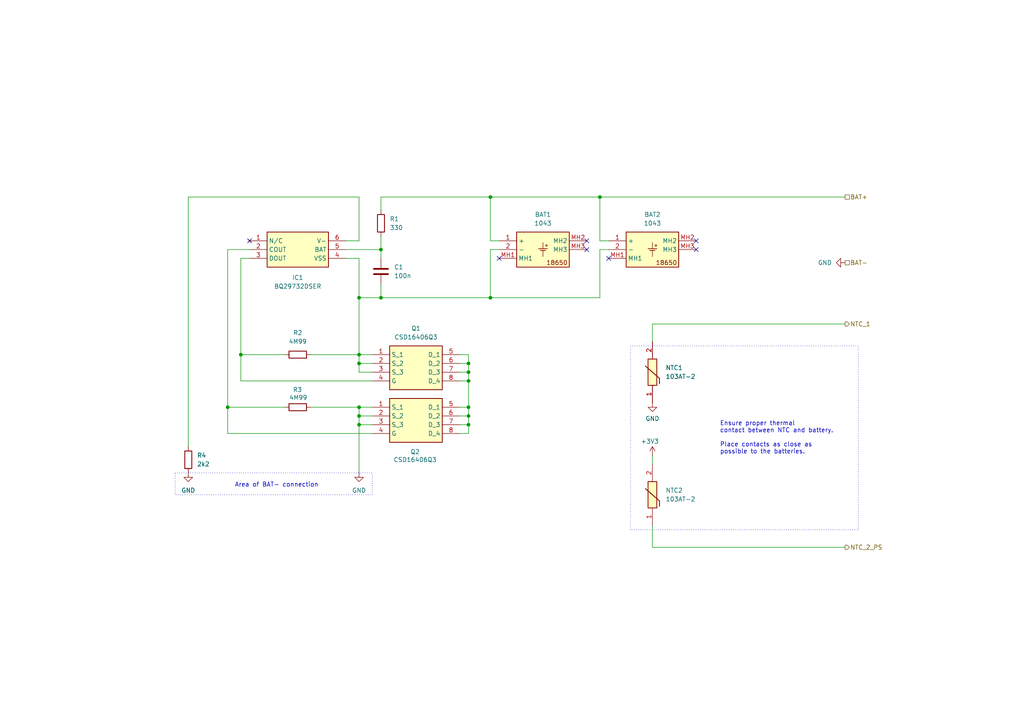
<source format=kicad_sch>
(kicad_sch
	(version 20231120)
	(generator "eeschema")
	(generator_version "8.0")
	(uuid "459e996c-0e2b-47b6-81ec-770295d0b355")
	(paper "A4")
	(lib_symbols
		(symbol "Device:C"
			(pin_numbers hide)
			(pin_names
				(offset 0.254)
			)
			(exclude_from_sim no)
			(in_bom yes)
			(on_board yes)
			(property "Reference" "C"
				(at 0.635 2.54 0)
				(effects
					(font
						(size 1.27 1.27)
					)
					(justify left)
				)
			)
			(property "Value" "C"
				(at 0.635 -2.54 0)
				(effects
					(font
						(size 1.27 1.27)
					)
					(justify left)
				)
			)
			(property "Footprint" ""
				(at 0.9652 -3.81 0)
				(effects
					(font
						(size 1.27 1.27)
					)
					(hide yes)
				)
			)
			(property "Datasheet" "~"
				(at 0 0 0)
				(effects
					(font
						(size 1.27 1.27)
					)
					(hide yes)
				)
			)
			(property "Description" "Unpolarized capacitor"
				(at 0 0 0)
				(effects
					(font
						(size 1.27 1.27)
					)
					(hide yes)
				)
			)
			(property "ki_keywords" "cap capacitor"
				(at 0 0 0)
				(effects
					(font
						(size 1.27 1.27)
					)
					(hide yes)
				)
			)
			(property "ki_fp_filters" "C_*"
				(at 0 0 0)
				(effects
					(font
						(size 1.27 1.27)
					)
					(hide yes)
				)
			)
			(symbol "C_0_1"
				(polyline
					(pts
						(xy -2.032 -0.762) (xy 2.032 -0.762)
					)
					(stroke
						(width 0.508)
						(type default)
					)
					(fill
						(type none)
					)
				)
				(polyline
					(pts
						(xy -2.032 0.762) (xy 2.032 0.762)
					)
					(stroke
						(width 0.508)
						(type default)
					)
					(fill
						(type none)
					)
				)
			)
			(symbol "C_1_1"
				(pin passive line
					(at 0 3.81 270)
					(length 2.794)
					(name "~"
						(effects
							(font
								(size 1.27 1.27)
							)
						)
					)
					(number "1"
						(effects
							(font
								(size 1.27 1.27)
							)
						)
					)
				)
				(pin passive line
					(at 0 -3.81 90)
					(length 2.794)
					(name "~"
						(effects
							(font
								(size 1.27 1.27)
							)
						)
					)
					(number "2"
						(effects
							(font
								(size 1.27 1.27)
							)
						)
					)
				)
			)
		)
		(symbol "Device:R"
			(pin_numbers hide)
			(pin_names
				(offset 0)
			)
			(exclude_from_sim no)
			(in_bom yes)
			(on_board yes)
			(property "Reference" "R"
				(at 2.032 0 90)
				(effects
					(font
						(size 1.27 1.27)
					)
				)
			)
			(property "Value" "R"
				(at 0 0 90)
				(effects
					(font
						(size 1.27 1.27)
					)
				)
			)
			(property "Footprint" ""
				(at -1.778 0 90)
				(effects
					(font
						(size 1.27 1.27)
					)
					(hide yes)
				)
			)
			(property "Datasheet" "~"
				(at 0 0 0)
				(effects
					(font
						(size 1.27 1.27)
					)
					(hide yes)
				)
			)
			(property "Description" "Resistor"
				(at 0 0 0)
				(effects
					(font
						(size 1.27 1.27)
					)
					(hide yes)
				)
			)
			(property "ki_keywords" "R res resistor"
				(at 0 0 0)
				(effects
					(font
						(size 1.27 1.27)
					)
					(hide yes)
				)
			)
			(property "ki_fp_filters" "R_*"
				(at 0 0 0)
				(effects
					(font
						(size 1.27 1.27)
					)
					(hide yes)
				)
			)
			(symbol "R_0_1"
				(rectangle
					(start -1.016 -2.54)
					(end 1.016 2.54)
					(stroke
						(width 0.254)
						(type default)
					)
					(fill
						(type none)
					)
				)
			)
			(symbol "R_1_1"
				(pin passive line
					(at 0 3.81 270)
					(length 1.27)
					(name "~"
						(effects
							(font
								(size 1.27 1.27)
							)
						)
					)
					(number "1"
						(effects
							(font
								(size 1.27 1.27)
							)
						)
					)
				)
				(pin passive line
					(at 0 -3.81 90)
					(length 1.27)
					(name "~"
						(effects
							(font
								(size 1.27 1.27)
							)
						)
					)
					(number "2"
						(effects
							(font
								(size 1.27 1.27)
							)
						)
					)
				)
			)
		)
		(symbol "SamacSys_Parts:103AT-2"
			(pin_names hide)
			(exclude_from_sim no)
			(in_bom yes)
			(on_board yes)
			(property "Reference" "RT"
				(at 13.97 6.35 0)
				(effects
					(font
						(size 1.27 1.27)
					)
					(justify left top)
				)
			)
			(property "Value" "103AT-2"
				(at 13.97 3.81 0)
				(effects
					(font
						(size 1.27 1.27)
					)
					(justify left top)
				)
			)
			(property "Footprint" "103AT2"
				(at 13.97 -96.19 0)
				(effects
					(font
						(size 1.27 1.27)
					)
					(justify left top)
					(hide yes)
				)
			)
			(property "Datasheet" "https://www.semitec-global.com/uploads/2022/01/P12-13-AT-Thermistor.pdf"
				(at 13.97 -196.19 0)
				(effects
					(font
						(size 1.27 1.27)
					)
					(justify left top)
					(hide yes)
				)
			)
			(property "Description" "NTC (Negative Temperature Coefficient) Thermistors 10kohm 1%"
				(at 0 0 0)
				(effects
					(font
						(size 1.27 1.27)
					)
					(hide yes)
				)
			)
			(property "Height" "9.5"
				(at 13.97 -396.19 0)
				(effects
					(font
						(size 1.27 1.27)
					)
					(justify left top)
					(hide yes)
				)
			)
			(property "Manufacturer_Name" "Semitec"
				(at 13.97 -496.19 0)
				(effects
					(font
						(size 1.27 1.27)
					)
					(justify left top)
					(hide yes)
				)
			)
			(property "Manufacturer_Part_Number" "103AT-2"
				(at 13.97 -596.19 0)
				(effects
					(font
						(size 1.27 1.27)
					)
					(justify left top)
					(hide yes)
				)
			)
			(property "Mouser Part Number" "954-103AT-2"
				(at 13.97 -696.19 0)
				(effects
					(font
						(size 1.27 1.27)
					)
					(justify left top)
					(hide yes)
				)
			)
			(property "Mouser Price/Stock" "https://www.mouser.co.uk/ProductDetail/Semitec/103AT-2?qs=wgO0AD0o1vvcDzsKguD%252Bew%3D%3D"
				(at 13.97 -796.19 0)
				(effects
					(font
						(size 1.27 1.27)
					)
					(justify left top)
					(hide yes)
				)
			)
			(property "Arrow Part Number" ""
				(at 13.97 -896.19 0)
				(effects
					(font
						(size 1.27 1.27)
					)
					(justify left top)
					(hide yes)
				)
			)
			(property "Arrow Price/Stock" ""
				(at 13.97 -996.19 0)
				(effects
					(font
						(size 1.27 1.27)
					)
					(justify left top)
					(hide yes)
				)
			)
			(symbol "103AT-2_1_1"
				(polyline
					(pts
						(xy 5.588 -2.032) (xy 7.112 -2.032)
					)
					(stroke
						(width 0.254)
						(type default)
					)
					(fill
						(type none)
					)
				)
				(polyline
					(pts
						(xy 10.668 2.032) (xy 7.112 -2.032)
					)
					(stroke
						(width 0.254)
						(type default)
					)
					(fill
						(type none)
					)
				)
				(rectangle
					(start 5.08 1.27)
					(end 12.7 -1.27)
					(stroke
						(width 0.254)
						(type default)
					)
					(fill
						(type background)
					)
				)
				(pin passive line
					(at 0 0 0)
					(length 5.08)
					(name "1"
						(effects
							(font
								(size 1.27 1.27)
							)
						)
					)
					(number "1"
						(effects
							(font
								(size 1.27 1.27)
							)
						)
					)
				)
				(pin passive line
					(at 17.78 0 180)
					(length 5.08)
					(name "2"
						(effects
							(font
								(size 1.27 1.27)
							)
						)
					)
					(number "2"
						(effects
							(font
								(size 1.27 1.27)
							)
						)
					)
				)
			)
		)
		(symbol "SamacSys_Parts:1043"
			(exclude_from_sim no)
			(in_bom yes)
			(on_board yes)
			(property "Reference" "U"
				(at 21.59 7.62 0)
				(effects
					(font
						(size 1.27 1.27)
					)
					(justify left top)
				)
			)
			(property "Value" "1043"
				(at 21.59 5.08 0)
				(effects
					(font
						(size 1.27 1.27)
					)
					(justify left top)
				)
			)
			(property "Footprint" "1043"
				(at 21.59 -94.92 0)
				(effects
					(font
						(size 1.27 1.27)
					)
					(justify left top)
					(hide yes)
				)
			)
			(property "Datasheet" "http://www.keyelco.com/product-pdf.cfm?p=919"
				(at 21.59 -194.92 0)
				(effects
					(font
						(size 1.27 1.27)
					)
					(justify left top)
					(hide yes)
				)
			)
			(property "Description" "KEYSTONE - 1043 - BATTERY HOLDER, 18650, TH"
				(at 12.7 -11.684 0)
				(effects
					(font
						(size 1.27 1.27)
					)
					(hide yes)
				)
			)
			(property "Height" "14.86"
				(at 21.59 -394.92 0)
				(effects
					(font
						(size 1.27 1.27)
					)
					(justify left top)
					(hide yes)
				)
			)
			(property "Manufacturer_Name" "Keystone Electronics"
				(at 21.59 -494.92 0)
				(effects
					(font
						(size 1.27 1.27)
					)
					(justify left top)
					(hide yes)
				)
			)
			(property "Manufacturer_Part_Number" "1043"
				(at 21.59 -594.92 0)
				(effects
					(font
						(size 1.27 1.27)
					)
					(justify left top)
					(hide yes)
				)
			)
			(property "Mouser Part Number" "534-1043"
				(at 21.59 -694.92 0)
				(effects
					(font
						(size 1.27 1.27)
					)
					(justify left top)
					(hide yes)
				)
			)
			(property "Mouser Price/Stock" "https://www.mouser.co.uk/ProductDetail/Keystone-Electronics/1043?qs=%2F7TOpeL5Mz6j%2FnxeOA1rsg%3D%3D"
				(at 21.59 -794.92 0)
				(effects
					(font
						(size 1.27 1.27)
					)
					(justify left top)
					(hide yes)
				)
			)
			(property "Arrow Part Number" "1043"
				(at 21.59 -894.92 0)
				(effects
					(font
						(size 1.27 1.27)
					)
					(justify left top)
					(hide yes)
				)
			)
			(property "Arrow Price/Stock" "https://www.arrow.com/en/products/1043/keystone-electronics?utm_currency=USD&region=europe"
				(at 21.59 -994.92 0)
				(effects
					(font
						(size 1.27 1.27)
					)
					(justify left top)
					(hide yes)
				)
			)
			(symbol "1043_0_1"
				(polyline
					(pts
						(xy 12.7 -2.794) (xy 12.7 -4.572)
					)
					(stroke
						(width 0)
						(type default)
					)
					(fill
						(type none)
					)
				)
				(polyline
					(pts
						(xy 12.7 -0.508) (xy 12.7 -2.286)
					)
					(stroke
						(width 0)
						(type default)
					)
					(fill
						(type none)
					)
				)
			)
			(symbol "1043_1_1"
				(polyline
					(pts
						(xy 11.43 -2.286) (xy 13.97 -2.286)
					)
					(stroke
						(width 0.2)
						(type default)
					)
					(fill
						(type none)
					)
				)
				(polyline
					(pts
						(xy 11.938 -2.794) (xy 13.462 -2.794)
					)
					(stroke
						(width 0.2)
						(type default)
					)
					(fill
						(type none)
					)
				)
				(rectangle
					(start 5.08 2.54)
					(end 20.32 -7.62)
					(stroke
						(width 0.254)
						(type default)
					)
					(fill
						(type background)
					)
				)
				(text "+"
					(at 13.716 -1.27 0)
					(effects
						(font
							(size 1 1)
						)
					)
				)
				(text "18650"
					(at 16.764 -6.35 0)
					(effects
						(font
							(size 1.27 1.27)
						)
					)
				)
				(pin passive line
					(at 0 0 0)
					(length 5.08)
					(name "+"
						(effects
							(font
								(size 1.27 1.27)
							)
						)
					)
					(number "1"
						(effects
							(font
								(size 1.27 1.27)
							)
						)
					)
				)
				(pin passive line
					(at 0 -2.54 0)
					(length 5.08)
					(name "-"
						(effects
							(font
								(size 1.27 1.27)
							)
						)
					)
					(number "2"
						(effects
							(font
								(size 1.27 1.27)
							)
						)
					)
				)
				(pin passive line
					(at 0 -5.08 0)
					(length 5.08)
					(name "MH1"
						(effects
							(font
								(size 1.27 1.27)
							)
						)
					)
					(number "MH1"
						(effects
							(font
								(size 1.27 1.27)
							)
						)
					)
				)
				(pin passive line
					(at 25.4 0 180)
					(length 5.08)
					(name "MH2"
						(effects
							(font
								(size 1.27 1.27)
							)
						)
					)
					(number "MH2"
						(effects
							(font
								(size 1.27 1.27)
							)
						)
					)
				)
				(pin passive line
					(at 25.4 -2.54 180)
					(length 5.08)
					(name "MH3"
						(effects
							(font
								(size 1.27 1.27)
							)
						)
					)
					(number "MH3"
						(effects
							(font
								(size 1.27 1.27)
							)
						)
					)
				)
			)
		)
		(symbol "SamacSys_Parts:BQ29732DSER"
			(exclude_from_sim no)
			(in_bom yes)
			(on_board yes)
			(property "Reference" "IC"
				(at 24.13 7.62 0)
				(effects
					(font
						(size 1.27 1.27)
					)
					(justify left top)
				)
			)
			(property "Value" "BQ29732DSER"
				(at 24.13 5.08 0)
				(effects
					(font
						(size 1.27 1.27)
					)
					(justify left top)
				)
			)
			(property "Footprint" "SON50P150X150X80-6N"
				(at 24.13 -94.92 0)
				(effects
					(font
						(size 1.27 1.27)
					)
					(justify left top)
					(hide yes)
				)
			)
			(property "Datasheet" "http://www.ti.com/lit/gpn/bq2973"
				(at 24.13 -194.92 0)
				(effects
					(font
						(size 1.27 1.27)
					)
					(justify left top)
					(hide yes)
				)
			)
			(property "Description" "Li-Ion/Li Polymer Advanced Single-Cell Battery Protector IC Family"
				(at 0 0 0)
				(effects
					(font
						(size 1.27 1.27)
					)
					(hide yes)
				)
			)
			(property "Height" "0.8"
				(at 24.13 -394.92 0)
				(effects
					(font
						(size 1.27 1.27)
					)
					(justify left top)
					(hide yes)
				)
			)
			(property "Manufacturer_Name" "Texas Instruments"
				(at 24.13 -494.92 0)
				(effects
					(font
						(size 1.27 1.27)
					)
					(justify left top)
					(hide yes)
				)
			)
			(property "Manufacturer_Part_Number" "BQ29732DSER"
				(at 24.13 -594.92 0)
				(effects
					(font
						(size 1.27 1.27)
					)
					(justify left top)
					(hide yes)
				)
			)
			(property "Mouser Part Number" "595-BQ29732DSER"
				(at 24.13 -694.92 0)
				(effects
					(font
						(size 1.27 1.27)
					)
					(justify left top)
					(hide yes)
				)
			)
			(property "Mouser Price/Stock" "https://www.mouser.co.uk/ProductDetail/Texas-Instruments/BQ29732DSER?qs=HjC056NR38EUdABiMgTGbg%3D%3D"
				(at 24.13 -794.92 0)
				(effects
					(font
						(size 1.27 1.27)
					)
					(justify left top)
					(hide yes)
				)
			)
			(property "Arrow Part Number" "BQ29732DSER"
				(at 24.13 -894.92 0)
				(effects
					(font
						(size 1.27 1.27)
					)
					(justify left top)
					(hide yes)
				)
			)
			(property "Arrow Price/Stock" "https://www.arrow.com/en/products/bq29732dser/texas-instruments?region=nac"
				(at 24.13 -994.92 0)
				(effects
					(font
						(size 1.27 1.27)
					)
					(justify left top)
					(hide yes)
				)
			)
			(symbol "BQ29732DSER_1_1"
				(rectangle
					(start 5.08 2.54)
					(end 22.86 -7.62)
					(stroke
						(width 0.254)
						(type default)
					)
					(fill
						(type background)
					)
				)
				(pin no_connect line
					(at 0 0 0)
					(length 5.08)
					(name "N/C"
						(effects
							(font
								(size 1.27 1.27)
							)
						)
					)
					(number "1"
						(effects
							(font
								(size 1.27 1.27)
							)
						)
					)
				)
				(pin output line
					(at 0 -2.54 0)
					(length 5.08)
					(name "COUT"
						(effects
							(font
								(size 1.27 1.27)
							)
						)
					)
					(number "2"
						(effects
							(font
								(size 1.27 1.27)
							)
						)
					)
				)
				(pin output line
					(at 0 -5.08 0)
					(length 5.08)
					(name "DOUT"
						(effects
							(font
								(size 1.27 1.27)
							)
						)
					)
					(number "3"
						(effects
							(font
								(size 1.27 1.27)
							)
						)
					)
				)
				(pin power_in line
					(at 27.94 -5.08 180)
					(length 5.08)
					(name "VSS"
						(effects
							(font
								(size 1.27 1.27)
							)
						)
					)
					(number "4"
						(effects
							(font
								(size 1.27 1.27)
							)
						)
					)
				)
				(pin power_in line
					(at 27.94 -2.54 180)
					(length 5.08)
					(name "BAT"
						(effects
							(font
								(size 1.27 1.27)
							)
						)
					)
					(number "5"
						(effects
							(font
								(size 1.27 1.27)
							)
						)
					)
				)
				(pin bidirectional line
					(at 27.94 0 180)
					(length 5.08)
					(name "V-"
						(effects
							(font
								(size 1.27 1.27)
							)
						)
					)
					(number "6"
						(effects
							(font
								(size 1.27 1.27)
							)
						)
					)
				)
			)
		)
		(symbol "SamacSys_Parts:CSD16406Q3"
			(exclude_from_sim no)
			(in_bom yes)
			(on_board yes)
			(property "Reference" "Q"
				(at 21.59 7.62 0)
				(effects
					(font
						(size 1.27 1.27)
					)
					(justify left top)
				)
			)
			(property "Value" "CSD16406Q3"
				(at 21.59 5.08 0)
				(effects
					(font
						(size 1.27 1.27)
					)
					(justify left top)
				)
			)
			(property "Footprint" "DQG_VSON-CLIP"
				(at 21.59 -94.92 0)
				(effects
					(font
						(size 1.27 1.27)
					)
					(justify left top)
					(hide yes)
				)
			)
			(property "Datasheet" "http://www.ti.com/lit/gpn/csd16406q3"
				(at 21.59 -194.92 0)
				(effects
					(font
						(size 1.27 1.27)
					)
					(justify left top)
					(hide yes)
				)
			)
			(property "Description" "25V, N ch NexFET MOSFET, single SON3x3, 7.4mOhm"
				(at 0 0 0)
				(effects
					(font
						(size 1.27 1.27)
					)
					(hide yes)
				)
			)
			(property "Height" ""
				(at 21.59 -394.92 0)
				(effects
					(font
						(size 1.27 1.27)
					)
					(justify left top)
					(hide yes)
				)
			)
			(property "Manufacturer_Name" "Texas Instruments"
				(at 21.59 -494.92 0)
				(effects
					(font
						(size 1.27 1.27)
					)
					(justify left top)
					(hide yes)
				)
			)
			(property "Manufacturer_Part_Number" "CSD16406Q3"
				(at 21.59 -594.92 0)
				(effects
					(font
						(size 1.27 1.27)
					)
					(justify left top)
					(hide yes)
				)
			)
			(property "Mouser Part Number" "595-CSD16406Q3"
				(at 21.59 -694.92 0)
				(effects
					(font
						(size 1.27 1.27)
					)
					(justify left top)
					(hide yes)
				)
			)
			(property "Mouser Price/Stock" "https://www.mouser.co.uk/ProductDetail/Texas-Instruments/CSD16406Q3?qs=SuDOdTVxq4Wogv4PDdDFZA%3D%3D"
				(at 21.59 -794.92 0)
				(effects
					(font
						(size 1.27 1.27)
					)
					(justify left top)
					(hide yes)
				)
			)
			(property "Arrow Part Number" "CSD16406Q3"
				(at 21.59 -894.92 0)
				(effects
					(font
						(size 1.27 1.27)
					)
					(justify left top)
					(hide yes)
				)
			)
			(property "Arrow Price/Stock" "https://www.arrow.com/en/products/csd16406q3/texas-instruments?region=nac"
				(at 21.59 -994.92 0)
				(effects
					(font
						(size 1.27 1.27)
					)
					(justify left top)
					(hide yes)
				)
			)
			(symbol "CSD16406Q3_1_1"
				(rectangle
					(start 5.08 2.54)
					(end 20.32 -10.16)
					(stroke
						(width 0.254)
						(type default)
					)
					(fill
						(type background)
					)
				)
				(pin passive line
					(at 0 0 0)
					(length 5.08)
					(name "S_1"
						(effects
							(font
								(size 1.27 1.27)
							)
						)
					)
					(number "1"
						(effects
							(font
								(size 1.27 1.27)
							)
						)
					)
				)
				(pin passive line
					(at 0 -2.54 0)
					(length 5.08)
					(name "S_2"
						(effects
							(font
								(size 1.27 1.27)
							)
						)
					)
					(number "2"
						(effects
							(font
								(size 1.27 1.27)
							)
						)
					)
				)
				(pin passive line
					(at 0 -5.08 0)
					(length 5.08)
					(name "S_3"
						(effects
							(font
								(size 1.27 1.27)
							)
						)
					)
					(number "3"
						(effects
							(font
								(size 1.27 1.27)
							)
						)
					)
				)
				(pin passive line
					(at 0 -7.62 0)
					(length 5.08)
					(name "G"
						(effects
							(font
								(size 1.27 1.27)
							)
						)
					)
					(number "4"
						(effects
							(font
								(size 1.27 1.27)
							)
						)
					)
				)
				(pin passive line
					(at 25.4 0 180)
					(length 5.08)
					(name "D_1"
						(effects
							(font
								(size 1.27 1.27)
							)
						)
					)
					(number "5"
						(effects
							(font
								(size 1.27 1.27)
							)
						)
					)
				)
				(pin passive line
					(at 25.4 -2.54 180)
					(length 5.08)
					(name "D_2"
						(effects
							(font
								(size 1.27 1.27)
							)
						)
					)
					(number "6"
						(effects
							(font
								(size 1.27 1.27)
							)
						)
					)
				)
				(pin passive line
					(at 25.4 -5.08 180)
					(length 5.08)
					(name "D_3"
						(effects
							(font
								(size 1.27 1.27)
							)
						)
					)
					(number "7"
						(effects
							(font
								(size 1.27 1.27)
							)
						)
					)
				)
				(pin passive line
					(at 25.4 -7.62 180)
					(length 5.08)
					(name "D_4"
						(effects
							(font
								(size 1.27 1.27)
							)
						)
					)
					(number "8"
						(effects
							(font
								(size 1.27 1.27)
							)
						)
					)
				)
			)
		)
		(symbol "power:+3V3"
			(power)
			(pin_numbers hide)
			(pin_names
				(offset 0) hide)
			(exclude_from_sim no)
			(in_bom yes)
			(on_board yes)
			(property "Reference" "#PWR"
				(at 0 -3.81 0)
				(effects
					(font
						(size 1.27 1.27)
					)
					(hide yes)
				)
			)
			(property "Value" "+3V3"
				(at 0 3.556 0)
				(effects
					(font
						(size 1.27 1.27)
					)
				)
			)
			(property "Footprint" ""
				(at 0 0 0)
				(effects
					(font
						(size 1.27 1.27)
					)
					(hide yes)
				)
			)
			(property "Datasheet" ""
				(at 0 0 0)
				(effects
					(font
						(size 1.27 1.27)
					)
					(hide yes)
				)
			)
			(property "Description" "Power symbol creates a global label with name \"+3V3\""
				(at 0 0 0)
				(effects
					(font
						(size 1.27 1.27)
					)
					(hide yes)
				)
			)
			(property "ki_keywords" "global power"
				(at 0 0 0)
				(effects
					(font
						(size 1.27 1.27)
					)
					(hide yes)
				)
			)
			(symbol "+3V3_0_1"
				(polyline
					(pts
						(xy -0.762 1.27) (xy 0 2.54)
					)
					(stroke
						(width 0)
						(type default)
					)
					(fill
						(type none)
					)
				)
				(polyline
					(pts
						(xy 0 0) (xy 0 2.54)
					)
					(stroke
						(width 0)
						(type default)
					)
					(fill
						(type none)
					)
				)
				(polyline
					(pts
						(xy 0 2.54) (xy 0.762 1.27)
					)
					(stroke
						(width 0)
						(type default)
					)
					(fill
						(type none)
					)
				)
			)
			(symbol "+3V3_1_1"
				(pin power_in line
					(at 0 0 90)
					(length 0)
					(name "~"
						(effects
							(font
								(size 1.27 1.27)
							)
						)
					)
					(number "1"
						(effects
							(font
								(size 1.27 1.27)
							)
						)
					)
				)
			)
		)
		(symbol "power:GND"
			(power)
			(pin_numbers hide)
			(pin_names
				(offset 0) hide)
			(exclude_from_sim no)
			(in_bom yes)
			(on_board yes)
			(property "Reference" "#PWR"
				(at 0 -6.35 0)
				(effects
					(font
						(size 1.27 1.27)
					)
					(hide yes)
				)
			)
			(property "Value" "GND"
				(at 0 -3.81 0)
				(effects
					(font
						(size 1.27 1.27)
					)
				)
			)
			(property "Footprint" ""
				(at 0 0 0)
				(effects
					(font
						(size 1.27 1.27)
					)
					(hide yes)
				)
			)
			(property "Datasheet" ""
				(at 0 0 0)
				(effects
					(font
						(size 1.27 1.27)
					)
					(hide yes)
				)
			)
			(property "Description" "Power symbol creates a global label with name \"GND\" , ground"
				(at 0 0 0)
				(effects
					(font
						(size 1.27 1.27)
					)
					(hide yes)
				)
			)
			(property "ki_keywords" "global power"
				(at 0 0 0)
				(effects
					(font
						(size 1.27 1.27)
					)
					(hide yes)
				)
			)
			(symbol "GND_0_1"
				(polyline
					(pts
						(xy 0 0) (xy 0 -1.27) (xy 1.27 -1.27) (xy 0 -2.54) (xy -1.27 -1.27) (xy 0 -1.27)
					)
					(stroke
						(width 0)
						(type default)
					)
					(fill
						(type none)
					)
				)
			)
			(symbol "GND_1_1"
				(pin power_in line
					(at 0 0 270)
					(length 0)
					(name "~"
						(effects
							(font
								(size 1.27 1.27)
							)
						)
					)
					(number "1"
						(effects
							(font
								(size 1.27 1.27)
							)
						)
					)
				)
			)
		)
	)
	(junction
		(at 110.49 86.36)
		(diameter 0)
		(color 0 0 0 0)
		(uuid "0e971a0b-7c7a-444b-8ff9-0fee82e453d8")
	)
	(junction
		(at 104.14 105.41)
		(diameter 0)
		(color 0 0 0 0)
		(uuid "29e8f0f2-df99-4874-b3d2-e4a4d9adefcb")
	)
	(junction
		(at 135.89 120.65)
		(diameter 0)
		(color 0 0 0 0)
		(uuid "3568db3f-c30f-463e-8fec-e2974ee25f6b")
	)
	(junction
		(at 135.89 107.95)
		(diameter 0)
		(color 0 0 0 0)
		(uuid "4e178947-7728-4841-ad1d-8ddeab8598c7")
	)
	(junction
		(at 135.89 123.19)
		(diameter 0)
		(color 0 0 0 0)
		(uuid "531a4a87-f0fa-4e3b-bad1-3af02c7d45ea")
	)
	(junction
		(at 142.24 86.36)
		(diameter 0)
		(color 0 0 0 0)
		(uuid "55fd38e6-6815-4ca1-be25-d0bff6607d88")
	)
	(junction
		(at 110.49 72.39)
		(diameter 0)
		(color 0 0 0 0)
		(uuid "6429f8c0-7b93-438a-bd65-8a08ffb86e1f")
	)
	(junction
		(at 104.14 120.65)
		(diameter 0)
		(color 0 0 0 0)
		(uuid "64660165-041e-4a21-b9c8-b9bde0be22a8")
	)
	(junction
		(at 135.89 105.41)
		(diameter 0)
		(color 0 0 0 0)
		(uuid "780b8080-7273-48f8-8041-9d7f6033e541")
	)
	(junction
		(at 142.24 57.15)
		(diameter 0)
		(color 0 0 0 0)
		(uuid "80caf5f0-dc73-4431-8b03-3e5076428d2a")
	)
	(junction
		(at 135.89 110.49)
		(diameter 0)
		(color 0 0 0 0)
		(uuid "8d2aeb7b-c097-4bc0-8932-7f6990637a1f")
	)
	(junction
		(at 104.14 86.36)
		(diameter 0)
		(color 0 0 0 0)
		(uuid "9746a82d-6cd1-464c-8713-fe846772d0d9")
	)
	(junction
		(at 104.14 118.11)
		(diameter 0)
		(color 0 0 0 0)
		(uuid "a20f385f-9d3d-4bd3-be1c-ed8738aacf42")
	)
	(junction
		(at 173.99 57.15)
		(diameter 0)
		(color 0 0 0 0)
		(uuid "afdd2ad1-cbaf-4a77-b53e-7d9d805d9c9c")
	)
	(junction
		(at 104.14 102.87)
		(diameter 0)
		(color 0 0 0 0)
		(uuid "bbcc81b0-d29f-4d28-86eb-d8309b454583")
	)
	(junction
		(at 135.89 118.11)
		(diameter 0)
		(color 0 0 0 0)
		(uuid "c5eb5b4e-10b3-490f-aa58-5f00f1adb263")
	)
	(junction
		(at 66.04 118.11)
		(diameter 0)
		(color 0 0 0 0)
		(uuid "d14a72ef-3a16-4ef1-8fb5-3da6f17ca236")
	)
	(junction
		(at 104.14 123.19)
		(diameter 0)
		(color 0 0 0 0)
		(uuid "e0431aff-3d06-443b-9dca-247a63b0504f")
	)
	(junction
		(at 69.85 102.87)
		(diameter 0)
		(color 0 0 0 0)
		(uuid "fc4aae16-2e1d-415a-9cbf-31683191071d")
	)
	(no_connect
		(at 176.53 74.93)
		(uuid "0a6c5173-9944-4b48-b77e-cb3e6a9d5ec0")
	)
	(no_connect
		(at 170.18 69.85)
		(uuid "0a966611-0b76-460b-b060-2b09e2dba8b5")
	)
	(no_connect
		(at 201.93 72.39)
		(uuid "31024a31-8a6d-48da-ae81-3b1b1e093cd8")
	)
	(no_connect
		(at 144.78 74.93)
		(uuid "4519ebb9-35ca-40c9-8167-b57222829065")
	)
	(no_connect
		(at 201.93 69.85)
		(uuid "7bf386b8-0254-4903-93ef-5d01684f9c58")
	)
	(no_connect
		(at 72.39 69.85)
		(uuid "cf14ee7c-2615-4362-a7a2-f9a6b714250d")
	)
	(no_connect
		(at 170.18 72.39)
		(uuid "d66d4d7a-57b2-4ebd-bd33-4eefbda91c8d")
	)
	(wire
		(pts
			(xy 110.49 86.36) (xy 142.24 86.36)
		)
		(stroke
			(width 0)
			(type default)
		)
		(uuid "001db1e4-60d6-4c36-970e-21f30bebea90")
	)
	(wire
		(pts
			(xy 104.14 120.65) (xy 104.14 123.19)
		)
		(stroke
			(width 0)
			(type default)
		)
		(uuid "0b08027e-0d79-4836-b37e-b79c8ca2d4c5")
	)
	(wire
		(pts
			(xy 135.89 102.87) (xy 135.89 105.41)
		)
		(stroke
			(width 0)
			(type default)
		)
		(uuid "0d7117f8-1c76-4c82-9ff3-7ab84285f381")
	)
	(wire
		(pts
			(xy 104.14 118.11) (xy 107.95 118.11)
		)
		(stroke
			(width 0)
			(type default)
		)
		(uuid "0e5e3681-ec95-495d-a17a-9a01c25bac8e")
	)
	(wire
		(pts
			(xy 104.14 102.87) (xy 107.95 102.87)
		)
		(stroke
			(width 0)
			(type default)
		)
		(uuid "12a17480-165c-4aaf-bdff-bf92dcfde47a")
	)
	(wire
		(pts
			(xy 110.49 68.58) (xy 110.49 72.39)
		)
		(stroke
			(width 0)
			(type default)
		)
		(uuid "12e29a24-7d77-4a0b-8c90-605a948b696c")
	)
	(wire
		(pts
			(xy 176.53 72.39) (xy 173.99 72.39)
		)
		(stroke
			(width 0)
			(type default)
		)
		(uuid "180c6ccd-d80d-4746-af27-164227f764b6")
	)
	(wire
		(pts
			(xy 104.14 86.36) (xy 104.14 102.87)
		)
		(stroke
			(width 0)
			(type default)
		)
		(uuid "18ebab7e-fe54-4887-b0e0-edc20663c005")
	)
	(wire
		(pts
			(xy 66.04 118.11) (xy 66.04 72.39)
		)
		(stroke
			(width 0)
			(type default)
		)
		(uuid "1bd50ff5-49ed-4bbc-a722-8d42471381b0")
	)
	(wire
		(pts
			(xy 189.23 132.08) (xy 189.23 134.62)
		)
		(stroke
			(width 0)
			(type default)
		)
		(uuid "1da48f84-5478-4d90-be2f-1a51eaa6d605")
	)
	(wire
		(pts
			(xy 110.49 72.39) (xy 110.49 74.93)
		)
		(stroke
			(width 0)
			(type default)
		)
		(uuid "20c9f4f6-a9f9-4cc6-b980-725519f62933")
	)
	(wire
		(pts
			(xy 107.95 125.73) (xy 66.04 125.73)
		)
		(stroke
			(width 0)
			(type default)
		)
		(uuid "20d65e9f-5d9f-4bc5-b1a9-401ae4be5a05")
	)
	(wire
		(pts
			(xy 142.24 57.15) (xy 173.99 57.15)
		)
		(stroke
			(width 0)
			(type default)
		)
		(uuid "2222d5da-36e5-44b6-9557-09620d64733a")
	)
	(wire
		(pts
			(xy 54.61 129.54) (xy 54.61 57.15)
		)
		(stroke
			(width 0)
			(type default)
		)
		(uuid "22f654e3-4a75-46f5-85d7-328867e3af52")
	)
	(wire
		(pts
			(xy 69.85 102.87) (xy 69.85 74.93)
		)
		(stroke
			(width 0)
			(type default)
		)
		(uuid "2b095284-257a-4734-869d-40b709fdb907")
	)
	(wire
		(pts
			(xy 133.35 107.95) (xy 135.89 107.95)
		)
		(stroke
			(width 0)
			(type default)
		)
		(uuid "2d4fa3e6-b2dd-4bc8-9c7d-bff45b4945e9")
	)
	(wire
		(pts
			(xy 133.35 110.49) (xy 135.89 110.49)
		)
		(stroke
			(width 0)
			(type default)
		)
		(uuid "2e8fbbd0-db66-412d-8a82-b4a231f2858c")
	)
	(wire
		(pts
			(xy 110.49 57.15) (xy 142.24 57.15)
		)
		(stroke
			(width 0)
			(type default)
		)
		(uuid "32b1df6c-3a3e-4f73-bb9f-09c44e97e276")
	)
	(wire
		(pts
			(xy 133.35 125.73) (xy 135.89 125.73)
		)
		(stroke
			(width 0)
			(type default)
		)
		(uuid "3660bdd0-de5e-4529-b639-af0a45b1f011")
	)
	(wire
		(pts
			(xy 189.23 158.75) (xy 245.11 158.75)
		)
		(stroke
			(width 0)
			(type default)
		)
		(uuid "3e15e7a4-990b-40f8-8a06-720ace0f8c93")
	)
	(wire
		(pts
			(xy 135.89 125.73) (xy 135.89 123.19)
		)
		(stroke
			(width 0)
			(type default)
		)
		(uuid "3e4e9e2a-7aae-428b-a39d-41ca833e5418")
	)
	(wire
		(pts
			(xy 189.23 93.98) (xy 189.23 99.06)
		)
		(stroke
			(width 0)
			(type default)
		)
		(uuid "3eda4026-5376-464e-ad4c-61cba81fba99")
	)
	(wire
		(pts
			(xy 104.14 86.36) (xy 110.49 86.36)
		)
		(stroke
			(width 0)
			(type default)
		)
		(uuid "43a65280-5d92-435d-a2b2-7889c3e3451d")
	)
	(wire
		(pts
			(xy 104.14 105.41) (xy 104.14 102.87)
		)
		(stroke
			(width 0)
			(type default)
		)
		(uuid "461c5981-9aaf-4239-a107-f3909b041183")
	)
	(wire
		(pts
			(xy 133.35 118.11) (xy 135.89 118.11)
		)
		(stroke
			(width 0)
			(type default)
		)
		(uuid "5660f247-ba19-4bbd-934e-05177f4009dd")
	)
	(wire
		(pts
			(xy 104.14 107.95) (xy 104.14 105.41)
		)
		(stroke
			(width 0)
			(type default)
		)
		(uuid "56bda388-3c05-461b-be22-1832d770593b")
	)
	(wire
		(pts
			(xy 54.61 57.15) (xy 104.14 57.15)
		)
		(stroke
			(width 0)
			(type default)
		)
		(uuid "5754760f-bff4-4211-b0cc-b06582860752")
	)
	(wire
		(pts
			(xy 100.33 69.85) (xy 104.14 69.85)
		)
		(stroke
			(width 0)
			(type default)
		)
		(uuid "5b1d6147-b744-4b42-be60-04930e94c14a")
	)
	(wire
		(pts
			(xy 133.35 123.19) (xy 135.89 123.19)
		)
		(stroke
			(width 0)
			(type default)
		)
		(uuid "5c6c85fb-65e6-44d0-91d1-a621791cb289")
	)
	(wire
		(pts
			(xy 133.35 102.87) (xy 135.89 102.87)
		)
		(stroke
			(width 0)
			(type default)
		)
		(uuid "61add691-10ee-4de0-9611-756588afbd50")
	)
	(wire
		(pts
			(xy 142.24 72.39) (xy 142.24 86.36)
		)
		(stroke
			(width 0)
			(type default)
		)
		(uuid "6351d234-2bf1-43a7-a52d-8aa54809fce3")
	)
	(wire
		(pts
			(xy 135.89 120.65) (xy 135.89 123.19)
		)
		(stroke
			(width 0)
			(type default)
		)
		(uuid "6374e6de-e0a2-4039-9a9d-c67c86acb98c")
	)
	(wire
		(pts
			(xy 72.39 72.39) (xy 66.04 72.39)
		)
		(stroke
			(width 0)
			(type default)
		)
		(uuid "67d7eeb0-e88a-4f21-88eb-3b95d35c2f7b")
	)
	(wire
		(pts
			(xy 104.14 118.11) (xy 104.14 120.65)
		)
		(stroke
			(width 0)
			(type default)
		)
		(uuid "69786aba-8eba-42af-81fa-f282061c7422")
	)
	(wire
		(pts
			(xy 104.14 105.41) (xy 107.95 105.41)
		)
		(stroke
			(width 0)
			(type default)
		)
		(uuid "6d7a914b-e5d0-4175-9d0b-aa075a3a344c")
	)
	(wire
		(pts
			(xy 144.78 72.39) (xy 142.24 72.39)
		)
		(stroke
			(width 0)
			(type default)
		)
		(uuid "73d45295-287c-444f-bfb8-42b97a2dc3f1")
	)
	(wire
		(pts
			(xy 82.55 118.11) (xy 66.04 118.11)
		)
		(stroke
			(width 0)
			(type default)
		)
		(uuid "75b74688-6c53-4aa6-a18f-8e82c9f3076a")
	)
	(wire
		(pts
			(xy 100.33 72.39) (xy 110.49 72.39)
		)
		(stroke
			(width 0)
			(type default)
		)
		(uuid "7e05ccd0-d0b1-4687-b927-6c7b18ed369d")
	)
	(wire
		(pts
			(xy 90.17 118.11) (xy 104.14 118.11)
		)
		(stroke
			(width 0)
			(type default)
		)
		(uuid "89ef2bbc-95da-41c4-80db-88c87d6b6418")
	)
	(wire
		(pts
			(xy 144.78 69.85) (xy 142.24 69.85)
		)
		(stroke
			(width 0)
			(type default)
		)
		(uuid "8c65276c-fae3-44e9-aae3-d6f728c7aae2")
	)
	(wire
		(pts
			(xy 176.53 69.85) (xy 173.99 69.85)
		)
		(stroke
			(width 0)
			(type default)
		)
		(uuid "8e8a9028-7ac2-469c-a67f-851876a5bc57")
	)
	(wire
		(pts
			(xy 90.17 102.87) (xy 104.14 102.87)
		)
		(stroke
			(width 0)
			(type default)
		)
		(uuid "977925ef-3a57-4077-b06c-d432ee1f3031")
	)
	(wire
		(pts
			(xy 135.89 110.49) (xy 135.89 118.11)
		)
		(stroke
			(width 0)
			(type default)
		)
		(uuid "9bb8926d-31da-4c55-b860-bb03b77aa33b")
	)
	(wire
		(pts
			(xy 69.85 74.93) (xy 72.39 74.93)
		)
		(stroke
			(width 0)
			(type default)
		)
		(uuid "9fb862fb-4760-49bd-aea3-f0fe7283ebc0")
	)
	(wire
		(pts
			(xy 104.14 74.93) (xy 100.33 74.93)
		)
		(stroke
			(width 0)
			(type default)
		)
		(uuid "a15efed3-1611-4ba5-824d-b38b854dcd3d")
	)
	(wire
		(pts
			(xy 66.04 125.73) (xy 66.04 118.11)
		)
		(stroke
			(width 0)
			(type default)
		)
		(uuid "a7cc4689-4722-4fab-9369-cd01772e1ad5")
	)
	(wire
		(pts
			(xy 104.14 74.93) (xy 104.14 86.36)
		)
		(stroke
			(width 0)
			(type default)
		)
		(uuid "b99cf71f-d69c-4e8a-8e95-aba2d6d9c992")
	)
	(wire
		(pts
			(xy 133.35 120.65) (xy 135.89 120.65)
		)
		(stroke
			(width 0)
			(type default)
		)
		(uuid "baa6d330-899f-49d3-b914-d99396b433f4")
	)
	(wire
		(pts
			(xy 107.95 107.95) (xy 104.14 107.95)
		)
		(stroke
			(width 0)
			(type default)
		)
		(uuid "be83d998-ce5d-45b9-a38d-b877f282d2b8")
	)
	(wire
		(pts
			(xy 173.99 57.15) (xy 245.11 57.15)
		)
		(stroke
			(width 0)
			(type default)
		)
		(uuid "bee46d07-40c9-4869-91f0-ff97e26e58cb")
	)
	(wire
		(pts
			(xy 135.89 118.11) (xy 135.89 120.65)
		)
		(stroke
			(width 0)
			(type default)
		)
		(uuid "c7efc4b7-d9f1-4c48-9fce-ed73739b9c4a")
	)
	(wire
		(pts
			(xy 69.85 102.87) (xy 82.55 102.87)
		)
		(stroke
			(width 0)
			(type default)
		)
		(uuid "cbc9345a-0f5b-493b-b028-db477709c581")
	)
	(wire
		(pts
			(xy 107.95 120.65) (xy 104.14 120.65)
		)
		(stroke
			(width 0)
			(type default)
		)
		(uuid "cc055d38-f416-447a-865f-0da26180d4e0")
	)
	(wire
		(pts
			(xy 135.89 105.41) (xy 135.89 107.95)
		)
		(stroke
			(width 0)
			(type default)
		)
		(uuid "cf7bbfd1-0837-4e7b-87ec-49e587f6d764")
	)
	(wire
		(pts
			(xy 133.35 105.41) (xy 135.89 105.41)
		)
		(stroke
			(width 0)
			(type default)
		)
		(uuid "d252b324-0e26-490c-bebe-037b9ffb385e")
	)
	(wire
		(pts
			(xy 107.95 110.49) (xy 69.85 110.49)
		)
		(stroke
			(width 0)
			(type default)
		)
		(uuid "dd0f98d8-01fd-4aa7-9b01-c58d2e85f38d")
	)
	(wire
		(pts
			(xy 173.99 69.85) (xy 173.99 57.15)
		)
		(stroke
			(width 0)
			(type default)
		)
		(uuid "dd335456-9828-4272-bf52-ee1b1eec8ccd")
	)
	(wire
		(pts
			(xy 245.11 93.98) (xy 189.23 93.98)
		)
		(stroke
			(width 0)
			(type default)
		)
		(uuid "e2ba6005-2e1d-4161-81d4-ad4bcb062700")
	)
	(wire
		(pts
			(xy 142.24 86.36) (xy 173.99 86.36)
		)
		(stroke
			(width 0)
			(type default)
		)
		(uuid "edd0a556-8b04-40db-8c21-688259c2bf3c")
	)
	(wire
		(pts
			(xy 142.24 57.15) (xy 142.24 69.85)
		)
		(stroke
			(width 0)
			(type default)
		)
		(uuid "f24c215f-c924-4a9a-8d4f-18ba795ec15d")
	)
	(wire
		(pts
			(xy 173.99 72.39) (xy 173.99 86.36)
		)
		(stroke
			(width 0)
			(type default)
		)
		(uuid "f49e5bf6-abf5-4ffe-ab0a-1ff42d154512")
	)
	(wire
		(pts
			(xy 110.49 82.55) (xy 110.49 86.36)
		)
		(stroke
			(width 0)
			(type default)
		)
		(uuid "f6c88e58-b237-45df-a5a6-3f602d65dfa8")
	)
	(wire
		(pts
			(xy 69.85 102.87) (xy 69.85 110.49)
		)
		(stroke
			(width 0)
			(type default)
		)
		(uuid "f7e63d87-150f-4555-a954-43f451cd68f1")
	)
	(wire
		(pts
			(xy 104.14 123.19) (xy 104.14 137.16)
		)
		(stroke
			(width 0)
			(type default)
		)
		(uuid "f85c1c52-aad2-45ce-bb4a-68be8f6ec134")
	)
	(wire
		(pts
			(xy 189.23 158.75) (xy 189.23 152.4)
		)
		(stroke
			(width 0)
			(type default)
		)
		(uuid "fa28def9-19f6-47a9-bbcb-ded5a28c6f1a")
	)
	(wire
		(pts
			(xy 110.49 57.15) (xy 110.49 60.96)
		)
		(stroke
			(width 0)
			(type default)
		)
		(uuid "fc75e01a-a9f9-4ee9-9a5f-19930b28a87f")
	)
	(wire
		(pts
			(xy 104.14 57.15) (xy 104.14 69.85)
		)
		(stroke
			(width 0)
			(type default)
		)
		(uuid "fd2b31db-34eb-401c-b586-9ac0e3dee85d")
	)
	(wire
		(pts
			(xy 135.89 107.95) (xy 135.89 110.49)
		)
		(stroke
			(width 0)
			(type default)
		)
		(uuid "fe4b3efc-00cb-4f97-92b9-a6ad44decc5b")
	)
	(wire
		(pts
			(xy 107.95 123.19) (xy 104.14 123.19)
		)
		(stroke
			(width 0)
			(type default)
		)
		(uuid "ffa92bb9-3195-4c35-b701-dc5438a89bc7")
	)
	(rectangle
		(start 182.88 100.33)
		(end 248.92 153.67)
		(stroke
			(width 0)
			(type dot)
		)
		(fill
			(type none)
		)
		(uuid b75351c0-bab7-478d-8412-25eff9c8a7d2)
	)
	(rectangle
		(start 50.8 137.16)
		(end 107.95 143.51)
		(stroke
			(width 0)
			(type dot)
		)
		(fill
			(type none)
		)
		(uuid efee843c-8155-4dc6-871a-4ce25912a7f2)
	)
	(text "Ensure proper thermal \ncontact between NTC and battery.\n\nPlace contacts as close as \npossible to the batteries."
		(exclude_from_sim no)
		(at 208.788 127 0)
		(effects
			(font
				(size 1.27 1.27)
			)
			(justify left)
		)
		(uuid "1d77c4fe-b137-4b58-847d-897c5d686407")
	)
	(text "Area of BAT- connection"
		(exclude_from_sim no)
		(at 68.072 140.716 0)
		(effects
			(font
				(size 1.27 1.27)
			)
			(justify left)
		)
		(uuid "5e884877-fdd7-4245-a629-a1d301eaf241")
	)
	(hierarchical_label "NTC_2_PS"
		(shape output)
		(at 245.11 158.75 0)
		(effects
			(font
				(size 1.27 1.27)
			)
			(justify left)
		)
		(uuid "1c019bed-36fb-436d-a0bf-173d3c59fe2b")
	)
	(hierarchical_label "BAT-"
		(shape passive)
		(at 245.11 76.2 0)
		(effects
			(font
				(size 1.27 1.27)
			)
			(justify left)
		)
		(uuid "6804711d-a965-4296-87e8-85490f126b6c")
	)
	(hierarchical_label "BAT+"
		(shape passive)
		(at 245.11 57.15 0)
		(effects
			(font
				(size 1.27 1.27)
			)
			(justify left)
		)
		(uuid "7c90774b-71fb-4437-a389-894fdd016faa")
	)
	(hierarchical_label "NTC_1"
		(shape output)
		(at 245.11 93.98 0)
		(effects
			(font
				(size 1.27 1.27)
			)
			(justify left)
		)
		(uuid "c8400a6d-acac-469b-9586-9b26e00f72a5")
	)
	(symbol
		(lib_id "SamacSys_Parts:BQ29732DSER")
		(at 72.39 69.85 0)
		(unit 1)
		(exclude_from_sim no)
		(in_bom yes)
		(on_board yes)
		(dnp no)
		(uuid "04b67136-62f0-479a-91e5-1bbc0cae5b08")
		(property "Reference" "IC1"
			(at 86.36 80.518 0)
			(effects
				(font
					(size 1.27 1.27)
				)
			)
		)
		(property "Value" "BQ29732DSER"
			(at 86.36 83.058 0)
			(effects
				(font
					(size 1.27 1.27)
				)
			)
		)
		(property "Footprint" "SON50P150X150X80-6N"
			(at 96.52 164.77 0)
			(effects
				(font
					(size 1.27 1.27)
				)
				(justify left top)
				(hide yes)
			)
		)
		(property "Datasheet" "http://www.ti.com/lit/gpn/bq2973"
			(at 96.52 264.77 0)
			(effects
				(font
					(size 1.27 1.27)
				)
				(justify left top)
				(hide yes)
			)
		)
		(property "Description" "Li-Ion/Li Polymer Advanced Single-Cell Battery Protector IC Family"
			(at 72.39 69.85 0)
			(effects
				(font
					(size 1.27 1.27)
				)
				(hide yes)
			)
		)
		(property "Height" "0.8"
			(at 96.52 464.77 0)
			(effects
				(font
					(size 1.27 1.27)
				)
				(justify left top)
				(hide yes)
			)
		)
		(property "Manufacturer_Name" "Texas Instruments"
			(at 96.52 564.77 0)
			(effects
				(font
					(size 1.27 1.27)
				)
				(justify left top)
				(hide yes)
			)
		)
		(property "Manufacturer_Part_Number" "BQ29732DSER"
			(at 96.52 664.77 0)
			(effects
				(font
					(size 1.27 1.27)
				)
				(justify left top)
				(hide yes)
			)
		)
		(property "Mouser Part Number" "595-BQ29732DSER"
			(at 96.52 764.77 0)
			(effects
				(font
					(size 1.27 1.27)
				)
				(justify left top)
				(hide yes)
			)
		)
		(property "Mouser Price/Stock" "https://www.mouser.co.uk/ProductDetail/Texas-Instruments/BQ29732DSER?qs=HjC056NR38EUdABiMgTGbg%3D%3D"
			(at 96.52 864.77 0)
			(effects
				(font
					(size 1.27 1.27)
				)
				(justify left top)
				(hide yes)
			)
		)
		(property "Arrow Part Number" "BQ29732DSER"
			(at 96.52 964.77 0)
			(effects
				(font
					(size 1.27 1.27)
				)
				(justify left top)
				(hide yes)
			)
		)
		(property "Arrow Price/Stock" "https://www.arrow.com/en/products/bq29732dser/texas-instruments?region=nac"
			(at 96.52 1064.77 0)
			(effects
				(font
					(size 1.27 1.27)
				)
				(justify left top)
				(hide yes)
			)
		)
		(pin "6"
			(uuid "2a285dbf-b770-46b5-bfca-070e7bfacdb2")
		)
		(pin "1"
			(uuid "066e231b-83a4-4d94-9b0d-d2aeedfeb9a9")
		)
		(pin "3"
			(uuid "d271c988-3f99-4d4e-94ce-7d387b5ae428")
		)
		(pin "5"
			(uuid "c0aee1a7-462f-4607-91b2-3ee86697d2e5")
		)
		(pin "2"
			(uuid "4cea8aa7-e0a9-4c65-a807-e8d3a27bbbbe")
		)
		(pin "4"
			(uuid "f9577b44-a661-4523-9d37-15289ed90602")
		)
		(instances
			(project "obvod"
				(path "/e8e834c4-1afb-42f7-b718-3cb720dae1d5/f61c7da5-11ee-4b50-a688-248a75ac3e8f"
					(reference "IC1")
					(unit 1)
				)
			)
		)
	)
	(symbol
		(lib_id "power:GND")
		(at 104.14 137.16 0)
		(unit 1)
		(exclude_from_sim no)
		(in_bom yes)
		(on_board yes)
		(dnp no)
		(fields_autoplaced yes)
		(uuid "18c02983-777b-4470-ae02-87eb29ecb980")
		(property "Reference" "#PWR012"
			(at 104.14 143.51 0)
			(effects
				(font
					(size 1.27 1.27)
				)
				(hide yes)
			)
		)
		(property "Value" "GND"
			(at 104.14 142.24 0)
			(effects
				(font
					(size 1.27 1.27)
				)
			)
		)
		(property "Footprint" ""
			(at 104.14 137.16 0)
			(effects
				(font
					(size 1.27 1.27)
				)
				(hide yes)
			)
		)
		(property "Datasheet" ""
			(at 104.14 137.16 0)
			(effects
				(font
					(size 1.27 1.27)
				)
				(hide yes)
			)
		)
		(property "Description" "Power symbol creates a global label with name \"GND\" , ground"
			(at 104.14 137.16 0)
			(effects
				(font
					(size 1.27 1.27)
				)
				(hide yes)
			)
		)
		(pin "1"
			(uuid "712b4f5f-47f5-4266-9dc4-f820e95a8c42")
		)
		(instances
			(project "obvod"
				(path "/e8e834c4-1afb-42f7-b718-3cb720dae1d5/f61c7da5-11ee-4b50-a688-248a75ac3e8f"
					(reference "#PWR012")
					(unit 1)
				)
			)
		)
	)
	(symbol
		(lib_id "Device:R")
		(at 54.61 133.35 0)
		(unit 1)
		(exclude_from_sim no)
		(in_bom yes)
		(on_board yes)
		(dnp no)
		(fields_autoplaced yes)
		(uuid "3b2aca16-d26f-4214-92d3-b22d6641d6cb")
		(property "Reference" "R4"
			(at 57.15 132.0799 0)
			(effects
				(font
					(size 1.27 1.27)
				)
				(justify left)
			)
		)
		(property "Value" "2k2"
			(at 57.15 134.6199 0)
			(effects
				(font
					(size 1.27 1.27)
				)
				(justify left)
			)
		)
		(property "Footprint" "Resistor_SMD:R_0402_1005Metric"
			(at 52.832 133.35 90)
			(effects
				(font
					(size 1.27 1.27)
				)
				(hide yes)
			)
		)
		(property "Datasheet" "~"
			(at 54.61 133.35 0)
			(effects
				(font
					(size 1.27 1.27)
				)
				(hide yes)
			)
		)
		(property "Description" "Resistor"
			(at 54.61 133.35 0)
			(effects
				(font
					(size 1.27 1.27)
				)
				(hide yes)
			)
		)
		(pin "1"
			(uuid "85776c7e-aba8-4455-b004-df73c39d2333")
		)
		(pin "2"
			(uuid "491db05b-a0f3-49fd-95dc-8daff8b75e06")
		)
		(instances
			(project "obvod"
				(path "/e8e834c4-1afb-42f7-b718-3cb720dae1d5/f61c7da5-11ee-4b50-a688-248a75ac3e8f"
					(reference "R4")
					(unit 1)
				)
			)
		)
	)
	(symbol
		(lib_id "SamacSys_Parts:103AT-2")
		(at 189.23 152.4 90)
		(unit 1)
		(exclude_from_sim no)
		(in_bom yes)
		(on_board yes)
		(dnp no)
		(fields_autoplaced yes)
		(uuid "44d74d94-b5a9-49fd-a6d9-cb2843f81739")
		(property "Reference" "NTC2"
			(at 193.04 142.2399 90)
			(effects
				(font
					(size 1.27 1.27)
				)
				(justify right)
			)
		)
		(property "Value" "103AT-2"
			(at 193.04 144.7799 90)
			(effects
				(font
					(size 1.27 1.27)
				)
				(justify right)
			)
		)
		(property "Footprint" "103AT2"
			(at 285.42 138.43 0)
			(effects
				(font
					(size 1.27 1.27)
				)
				(justify left top)
				(hide yes)
			)
		)
		(property "Datasheet" "https://www.semitec-global.com/uploads/2022/01/P12-13-AT-Thermistor.pdf"
			(at 385.42 138.43 0)
			(effects
				(font
					(size 1.27 1.27)
				)
				(justify left top)
				(hide yes)
			)
		)
		(property "Description" "NTC (Negative Temperature Coefficient) Thermistors 10kohm 1%"
			(at 189.23 152.4 0)
			(effects
				(font
					(size 1.27 1.27)
				)
				(hide yes)
			)
		)
		(property "Height" "9.5"
			(at 585.42 138.43 0)
			(effects
				(font
					(size 1.27 1.27)
				)
				(justify left top)
				(hide yes)
			)
		)
		(property "Manufacturer_Name" "Semitec"
			(at 685.42 138.43 0)
			(effects
				(font
					(size 1.27 1.27)
				)
				(justify left top)
				(hide yes)
			)
		)
		(property "Manufacturer_Part_Number" "103AT-2"
			(at 785.42 138.43 0)
			(effects
				(font
					(size 1.27 1.27)
				)
				(justify left top)
				(hide yes)
			)
		)
		(property "Mouser Part Number" "954-103AT-2"
			(at 885.42 138.43 0)
			(effects
				(font
					(size 1.27 1.27)
				)
				(justify left top)
				(hide yes)
			)
		)
		(property "Mouser Price/Stock" "https://www.mouser.co.uk/ProductDetail/Semitec/103AT-2?qs=wgO0AD0o1vvcDzsKguD%252Bew%3D%3D"
			(at 985.42 138.43 0)
			(effects
				(font
					(size 1.27 1.27)
				)
				(justify left top)
				(hide yes)
			)
		)
		(property "Arrow Part Number" ""
			(at 1085.42 138.43 0)
			(effects
				(font
					(size 1.27 1.27)
				)
				(justify left top)
				(hide yes)
			)
		)
		(property "Arrow Price/Stock" ""
			(at 1185.42 138.43 0)
			(effects
				(font
					(size 1.27 1.27)
				)
				(justify left top)
				(hide yes)
			)
		)
		(pin "2"
			(uuid "d547fe12-ce20-441d-95b8-9de9b70612d8")
		)
		(pin "1"
			(uuid "189a3313-e95f-43b0-b490-59d5f7d01cdf")
		)
		(instances
			(project "obvod"
				(path "/e8e834c4-1afb-42f7-b718-3cb720dae1d5/f61c7da5-11ee-4b50-a688-248a75ac3e8f"
					(reference "NTC2")
					(unit 1)
				)
			)
		)
	)
	(symbol
		(lib_id "SamacSys_Parts:1043")
		(at 144.78 69.85 0)
		(unit 1)
		(exclude_from_sim no)
		(in_bom yes)
		(on_board yes)
		(dnp no)
		(fields_autoplaced yes)
		(uuid "55fb8ab6-90dd-42e6-b7e6-1f5f0dbdcd3a")
		(property "Reference" "BAT1"
			(at 157.48 62.23 0)
			(effects
				(font
					(size 1.27 1.27)
				)
			)
		)
		(property "Value" "1043"
			(at 157.48 64.77 0)
			(effects
				(font
					(size 1.27 1.27)
				)
			)
		)
		(property "Footprint" "1043"
			(at 166.37 164.77 0)
			(effects
				(font
					(size 1.27 1.27)
				)
				(justify left top)
				(hide yes)
			)
		)
		(property "Datasheet" "http://www.keyelco.com/product-pdf.cfm?p=919"
			(at 166.37 264.77 0)
			(effects
				(font
					(size 1.27 1.27)
				)
				(justify left top)
				(hide yes)
			)
		)
		(property "Description" "KEYSTONE - 1043 - BATTERY HOLDER, 18650, TH"
			(at 157.48 81.534 0)
			(effects
				(font
					(size 1.27 1.27)
				)
				(hide yes)
			)
		)
		(property "Height" "14.86"
			(at 166.37 464.77 0)
			(effects
				(font
					(size 1.27 1.27)
				)
				(justify left top)
				(hide yes)
			)
		)
		(property "Manufacturer_Name" "Keystone Electronics"
			(at 166.37 564.77 0)
			(effects
				(font
					(size 1.27 1.27)
				)
				(justify left top)
				(hide yes)
			)
		)
		(property "Manufacturer_Part_Number" "1043"
			(at 166.37 664.77 0)
			(effects
				(font
					(size 1.27 1.27)
				)
				(justify left top)
				(hide yes)
			)
		)
		(property "Mouser Part Number" "534-1043"
			(at 166.37 764.77 0)
			(effects
				(font
					(size 1.27 1.27)
				)
				(justify left top)
				(hide yes)
			)
		)
		(property "Mouser Price/Stock" "https://www.mouser.co.uk/ProductDetail/Keystone-Electronics/1043?qs=%2F7TOpeL5Mz6j%2FnxeOA1rsg%3D%3D"
			(at 166.37 864.77 0)
			(effects
				(font
					(size 1.27 1.27)
				)
				(justify left top)
				(hide yes)
			)
		)
		(property "Arrow Part Number" "1043"
			(at 166.37 964.77 0)
			(effects
				(font
					(size 1.27 1.27)
				)
				(justify left top)
				(hide yes)
			)
		)
		(property "Arrow Price/Stock" "https://www.arrow.com/en/products/1043/keystone-electronics?utm_currency=USD&region=europe"
			(at 166.37 1064.77 0)
			(effects
				(font
					(size 1.27 1.27)
				)
				(justify left top)
				(hide yes)
			)
		)
		(pin "MH1"
			(uuid "1590d2db-87da-47e4-80d5-6cf87dd6283f")
		)
		(pin "2"
			(uuid "e13b20a8-ca65-45c6-bdb5-a8232ee5bc8e")
		)
		(pin "1"
			(uuid "20e4780d-f903-4d53-86f4-569634c894c2")
		)
		(pin "MH3"
			(uuid "8e8abdaf-c582-4f7a-9424-adda25266093")
		)
		(pin "MH2"
			(uuid "677940b9-8303-4811-ae73-3c3d09bc92d3")
		)
		(instances
			(project ""
				(path "/e8e834c4-1afb-42f7-b718-3cb720dae1d5/f61c7da5-11ee-4b50-a688-248a75ac3e8f"
					(reference "BAT1")
					(unit 1)
				)
			)
		)
	)
	(symbol
		(lib_id "power:GND")
		(at 189.23 116.84 0)
		(unit 1)
		(exclude_from_sim no)
		(in_bom yes)
		(on_board yes)
		(dnp no)
		(uuid "633ebaad-4f0e-4268-ae5e-395c96ce014c")
		(property "Reference" "#PWR073"
			(at 189.23 123.19 0)
			(effects
				(font
					(size 1.27 1.27)
				)
				(hide yes)
			)
		)
		(property "Value" "GND"
			(at 189.23 121.412 0)
			(effects
				(font
					(size 1.27 1.27)
				)
			)
		)
		(property "Footprint" ""
			(at 189.23 116.84 0)
			(effects
				(font
					(size 1.27 1.27)
				)
				(hide yes)
			)
		)
		(property "Datasheet" ""
			(at 189.23 116.84 0)
			(effects
				(font
					(size 1.27 1.27)
				)
				(hide yes)
			)
		)
		(property "Description" "Power symbol creates a global label with name \"GND\" , ground"
			(at 189.23 116.84 0)
			(effects
				(font
					(size 1.27 1.27)
				)
				(hide yes)
			)
		)
		(pin "1"
			(uuid "96512449-b645-4036-b3cb-64d36cf70a87")
		)
		(instances
			(project "obvod"
				(path "/e8e834c4-1afb-42f7-b718-3cb720dae1d5/f61c7da5-11ee-4b50-a688-248a75ac3e8f"
					(reference "#PWR073")
					(unit 1)
				)
			)
		)
	)
	(symbol
		(lib_id "SamacSys_Parts:1043")
		(at 176.53 69.85 0)
		(unit 1)
		(exclude_from_sim no)
		(in_bom yes)
		(on_board yes)
		(dnp no)
		(fields_autoplaced yes)
		(uuid "6822aad3-71dc-473a-82b5-5e6e24c95c59")
		(property "Reference" "BAT2"
			(at 189.23 62.23 0)
			(effects
				(font
					(size 1.27 1.27)
				)
			)
		)
		(property "Value" "1043"
			(at 189.23 64.77 0)
			(effects
				(font
					(size 1.27 1.27)
				)
			)
		)
		(property "Footprint" "1043"
			(at 198.12 164.77 0)
			(effects
				(font
					(size 1.27 1.27)
				)
				(justify left top)
				(hide yes)
			)
		)
		(property "Datasheet" "http://www.keyelco.com/product-pdf.cfm?p=919"
			(at 198.12 264.77 0)
			(effects
				(font
					(size 1.27 1.27)
				)
				(justify left top)
				(hide yes)
			)
		)
		(property "Description" "KEYSTONE - 1043 - BATTERY HOLDER, 18650, TH"
			(at 189.23 81.534 0)
			(effects
				(font
					(size 1.27 1.27)
				)
				(hide yes)
			)
		)
		(property "Height" "14.86"
			(at 198.12 464.77 0)
			(effects
				(font
					(size 1.27 1.27)
				)
				(justify left top)
				(hide yes)
			)
		)
		(property "Manufacturer_Name" "Keystone Electronics"
			(at 198.12 564.77 0)
			(effects
				(font
					(size 1.27 1.27)
				)
				(justify left top)
				(hide yes)
			)
		)
		(property "Manufacturer_Part_Number" "1043"
			(at 198.12 664.77 0)
			(effects
				(font
					(size 1.27 1.27)
				)
				(justify left top)
				(hide yes)
			)
		)
		(property "Mouser Part Number" "534-1043"
			(at 198.12 764.77 0)
			(effects
				(font
					(size 1.27 1.27)
				)
				(justify left top)
				(hide yes)
			)
		)
		(property "Mouser Price/Stock" "https://www.mouser.co.uk/ProductDetail/Keystone-Electronics/1043?qs=%2F7TOpeL5Mz6j%2FnxeOA1rsg%3D%3D"
			(at 198.12 864.77 0)
			(effects
				(font
					(size 1.27 1.27)
				)
				(justify left top)
				(hide yes)
			)
		)
		(property "Arrow Part Number" "1043"
			(at 198.12 964.77 0)
			(effects
				(font
					(size 1.27 1.27)
				)
				(justify left top)
				(hide yes)
			)
		)
		(property "Arrow Price/Stock" "https://www.arrow.com/en/products/1043/keystone-electronics?utm_currency=USD&region=europe"
			(at 198.12 1064.77 0)
			(effects
				(font
					(size 1.27 1.27)
				)
				(justify left top)
				(hide yes)
			)
		)
		(pin "MH1"
			(uuid "8fe4cc2c-6ee1-429f-a2fa-27532bf97a38")
		)
		(pin "2"
			(uuid "dc49458d-6389-4ea2-8097-231511fdc481")
		)
		(pin "1"
			(uuid "7bdaf631-b302-4775-b7f7-e23df0ea4f69")
		)
		(pin "MH3"
			(uuid "e40ada56-cf47-4618-98f8-4580faf9967e")
		)
		(pin "MH2"
			(uuid "ee7d9011-3c52-44a1-a572-471e85515070")
		)
		(instances
			(project "obvod"
				(path "/e8e834c4-1afb-42f7-b718-3cb720dae1d5/f61c7da5-11ee-4b50-a688-248a75ac3e8f"
					(reference "BAT2")
					(unit 1)
				)
			)
		)
	)
	(symbol
		(lib_id "Device:R")
		(at 86.36 118.11 90)
		(unit 1)
		(exclude_from_sim no)
		(in_bom yes)
		(on_board yes)
		(dnp no)
		(uuid "6d73c702-ca00-41ad-ab47-e2aeb865dfb2")
		(property "Reference" "R3"
			(at 87.63 113.03 90)
			(effects
				(font
					(size 1.27 1.27)
				)
				(justify left)
			)
		)
		(property "Value" "4M99"
			(at 89.154 115.316 90)
			(effects
				(font
					(size 1.27 1.27)
				)
				(justify left)
			)
		)
		(property "Footprint" "Resistor_SMD:R_0402_1005Metric"
			(at 86.36 119.888 90)
			(effects
				(font
					(size 1.27 1.27)
				)
				(hide yes)
			)
		)
		(property "Datasheet" "~"
			(at 86.36 118.11 0)
			(effects
				(font
					(size 1.27 1.27)
				)
				(hide yes)
			)
		)
		(property "Description" "Resistor"
			(at 86.36 118.11 0)
			(effects
				(font
					(size 1.27 1.27)
				)
				(hide yes)
			)
		)
		(pin "1"
			(uuid "cbb06f40-d822-4c17-986c-6a00bd401d0a")
		)
		(pin "2"
			(uuid "5ae2e41f-6ce9-4ce9-a8ca-204e17054ce1")
		)
		(instances
			(project "obvod"
				(path "/e8e834c4-1afb-42f7-b718-3cb720dae1d5/f61c7da5-11ee-4b50-a688-248a75ac3e8f"
					(reference "R3")
					(unit 1)
				)
			)
		)
	)
	(symbol
		(lib_id "SamacSys_Parts:103AT-2")
		(at 189.23 116.84 90)
		(unit 1)
		(exclude_from_sim no)
		(in_bom yes)
		(on_board yes)
		(dnp no)
		(fields_autoplaced yes)
		(uuid "73b7acff-a8f4-41eb-a71f-85e80fd647a3")
		(property "Reference" "NTC1"
			(at 193.04 106.6799 90)
			(effects
				(font
					(size 1.27 1.27)
				)
				(justify right)
			)
		)
		(property "Value" "103AT-2"
			(at 193.04 109.2199 90)
			(effects
				(font
					(size 1.27 1.27)
				)
				(justify right)
			)
		)
		(property "Footprint" "103AT2"
			(at 285.42 102.87 0)
			(effects
				(font
					(size 1.27 1.27)
				)
				(justify left top)
				(hide yes)
			)
		)
		(property "Datasheet" "https://www.semitec-global.com/uploads/2022/01/P12-13-AT-Thermistor.pdf"
			(at 385.42 102.87 0)
			(effects
				(font
					(size 1.27 1.27)
				)
				(justify left top)
				(hide yes)
			)
		)
		(property "Description" "NTC (Negative Temperature Coefficient) Thermistors 10kohm 1%"
			(at 189.23 116.84 0)
			(effects
				(font
					(size 1.27 1.27)
				)
				(hide yes)
			)
		)
		(property "Height" "9.5"
			(at 585.42 102.87 0)
			(effects
				(font
					(size 1.27 1.27)
				)
				(justify left top)
				(hide yes)
			)
		)
		(property "Manufacturer_Name" "Semitec"
			(at 685.42 102.87 0)
			(effects
				(font
					(size 1.27 1.27)
				)
				(justify left top)
				(hide yes)
			)
		)
		(property "Manufacturer_Part_Number" "103AT-2"
			(at 785.42 102.87 0)
			(effects
				(font
					(size 1.27 1.27)
				)
				(justify left top)
				(hide yes)
			)
		)
		(property "Mouser Part Number" "954-103AT-2"
			(at 885.42 102.87 0)
			(effects
				(font
					(size 1.27 1.27)
				)
				(justify left top)
				(hide yes)
			)
		)
		(property "Mouser Price/Stock" "https://www.mouser.co.uk/ProductDetail/Semitec/103AT-2?qs=wgO0AD0o1vvcDzsKguD%252Bew%3D%3D"
			(at 985.42 102.87 0)
			(effects
				(font
					(size 1.27 1.27)
				)
				(justify left top)
				(hide yes)
			)
		)
		(property "Arrow Part Number" ""
			(at 1085.42 102.87 0)
			(effects
				(font
					(size 1.27 1.27)
				)
				(justify left top)
				(hide yes)
			)
		)
		(property "Arrow Price/Stock" ""
			(at 1185.42 102.87 0)
			(effects
				(font
					(size 1.27 1.27)
				)
				(justify left top)
				(hide yes)
			)
		)
		(pin "2"
			(uuid "b6db5cce-8975-4308-8bda-7514e2c5b6ed")
		)
		(pin "1"
			(uuid "c3b42a2f-eeb8-46cd-aa2e-0c16c5de3618")
		)
		(instances
			(project "obvod"
				(path "/e8e834c4-1afb-42f7-b718-3cb720dae1d5/f61c7da5-11ee-4b50-a688-248a75ac3e8f"
					(reference "NTC1")
					(unit 1)
				)
			)
		)
	)
	(symbol
		(lib_id "power:GND")
		(at 54.61 137.16 0)
		(unit 1)
		(exclude_from_sim no)
		(in_bom yes)
		(on_board yes)
		(dnp no)
		(fields_autoplaced yes)
		(uuid "85d3cb8e-3e22-4fdb-9b71-ea5807ef4048")
		(property "Reference" "#PWR022"
			(at 54.61 143.51 0)
			(effects
				(font
					(size 1.27 1.27)
				)
				(hide yes)
			)
		)
		(property "Value" "GND"
			(at 54.61 142.24 0)
			(effects
				(font
					(size 1.27 1.27)
				)
			)
		)
		(property "Footprint" ""
			(at 54.61 137.16 0)
			(effects
				(font
					(size 1.27 1.27)
				)
				(hide yes)
			)
		)
		(property "Datasheet" ""
			(at 54.61 137.16 0)
			(effects
				(font
					(size 1.27 1.27)
				)
				(hide yes)
			)
		)
		(property "Description" "Power symbol creates a global label with name \"GND\" , ground"
			(at 54.61 137.16 0)
			(effects
				(font
					(size 1.27 1.27)
				)
				(hide yes)
			)
		)
		(pin "1"
			(uuid "17fe0ba3-8806-4457-8242-f10009038dc3")
		)
		(instances
			(project ""
				(path "/e8e834c4-1afb-42f7-b718-3cb720dae1d5/f61c7da5-11ee-4b50-a688-248a75ac3e8f"
					(reference "#PWR022")
					(unit 1)
				)
			)
		)
	)
	(symbol
		(lib_id "Device:C")
		(at 110.49 78.74 0)
		(unit 1)
		(exclude_from_sim no)
		(in_bom yes)
		(on_board yes)
		(dnp no)
		(fields_autoplaced yes)
		(uuid "910d72f4-8eda-4fd4-bd1a-eee11a7303fd")
		(property "Reference" "C1"
			(at 114.3 77.4699 0)
			(effects
				(font
					(size 1.27 1.27)
				)
				(justify left)
			)
		)
		(property "Value" "100n"
			(at 114.3 80.0099 0)
			(effects
				(font
					(size 1.27 1.27)
				)
				(justify left)
			)
		)
		(property "Footprint" "Capacitor_SMD:C_0402_1005Metric"
			(at 111.4552 82.55 0)
			(effects
				(font
					(size 1.27 1.27)
				)
				(hide yes)
			)
		)
		(property "Datasheet" "~"
			(at 110.49 78.74 0)
			(effects
				(font
					(size 1.27 1.27)
				)
				(hide yes)
			)
		)
		(property "Description" "Unpolarized capacitor"
			(at 110.49 78.74 0)
			(effects
				(font
					(size 1.27 1.27)
				)
				(hide yes)
			)
		)
		(pin "2"
			(uuid "7dd36f52-4600-4839-9808-88b0a27a5552")
		)
		(pin "1"
			(uuid "555aefa3-9014-42bf-bc68-21702761e016")
		)
		(instances
			(project "obvod"
				(path "/e8e834c4-1afb-42f7-b718-3cb720dae1d5/f61c7da5-11ee-4b50-a688-248a75ac3e8f"
					(reference "C1")
					(unit 1)
				)
			)
		)
	)
	(symbol
		(lib_id "SamacSys_Parts:CSD16406Q3")
		(at 107.95 102.87 0)
		(unit 1)
		(exclude_from_sim no)
		(in_bom yes)
		(on_board yes)
		(dnp no)
		(fields_autoplaced yes)
		(uuid "b5b2f50b-d780-419b-9dc6-c6c9c69c6f74")
		(property "Reference" "Q1"
			(at 120.65 95.25 0)
			(effects
				(font
					(size 1.27 1.27)
				)
			)
		)
		(property "Value" "CSD16406Q3"
			(at 120.65 97.79 0)
			(effects
				(font
					(size 1.27 1.27)
				)
			)
		)
		(property "Footprint" "DQG_VSON-CLIP"
			(at 129.54 197.79 0)
			(effects
				(font
					(size 1.27 1.27)
				)
				(justify left top)
				(hide yes)
			)
		)
		(property "Datasheet" "http://www.ti.com/lit/gpn/csd16406q3"
			(at 129.54 297.79 0)
			(effects
				(font
					(size 1.27 1.27)
				)
				(justify left top)
				(hide yes)
			)
		)
		(property "Description" "25V, N ch NexFET MOSFET, single SON3x3, 7.4mOhm"
			(at 107.95 102.87 0)
			(effects
				(font
					(size 1.27 1.27)
				)
				(hide yes)
			)
		)
		(property "Height" ""
			(at 129.54 497.79 0)
			(effects
				(font
					(size 1.27 1.27)
				)
				(justify left top)
				(hide yes)
			)
		)
		(property "Manufacturer_Name" "Texas Instruments"
			(at 129.54 597.79 0)
			(effects
				(font
					(size 1.27 1.27)
				)
				(justify left top)
				(hide yes)
			)
		)
		(property "Manufacturer_Part_Number" "CSD16406Q3"
			(at 129.54 697.79 0)
			(effects
				(font
					(size 1.27 1.27)
				)
				(justify left top)
				(hide yes)
			)
		)
		(property "Mouser Part Number" "595-CSD16406Q3"
			(at 129.54 797.79 0)
			(effects
				(font
					(size 1.27 1.27)
				)
				(justify left top)
				(hide yes)
			)
		)
		(property "Mouser Price/Stock" "https://www.mouser.co.uk/ProductDetail/Texas-Instruments/CSD16406Q3?qs=SuDOdTVxq4Wogv4PDdDFZA%3D%3D"
			(at 129.54 897.79 0)
			(effects
				(font
					(size 1.27 1.27)
				)
				(justify left top)
				(hide yes)
			)
		)
		(property "Arrow Part Number" "CSD16406Q3"
			(at 129.54 997.79 0)
			(effects
				(font
					(size 1.27 1.27)
				)
				(justify left top)
				(hide yes)
			)
		)
		(property "Arrow Price/Stock" "https://www.arrow.com/en/products/csd16406q3/texas-instruments?region=nac"
			(at 129.54 1097.79 0)
			(effects
				(font
					(size 1.27 1.27)
				)
				(justify left top)
				(hide yes)
			)
		)
		(pin "2"
			(uuid "68ee9bba-f217-405e-9b79-fff8a5c7738f")
		)
		(pin "5"
			(uuid "9d20b039-1e2c-4da8-82eb-997f363f5221")
		)
		(pin "6"
			(uuid "89288cb3-3948-4b9d-aa71-d4994a0a2628")
		)
		(pin "4"
			(uuid "7d55af14-2936-4375-97bd-1428d55b7cde")
		)
		(pin "3"
			(uuid "bbf2e636-1581-4383-af00-8df41c3699d3")
		)
		(pin "8"
			(uuid "c4303959-ff3a-4fdb-af50-8041b151b4fa")
		)
		(pin "1"
			(uuid "c5ddd583-e1d6-4dd8-a8cd-def33a992f33")
		)
		(pin "7"
			(uuid "0dc02679-e5fb-415a-8a05-62a9235eabb9")
		)
		(instances
			(project "obvod"
				(path "/e8e834c4-1afb-42f7-b718-3cb720dae1d5/f61c7da5-11ee-4b50-a688-248a75ac3e8f"
					(reference "Q1")
					(unit 1)
				)
			)
		)
	)
	(symbol
		(lib_id "SamacSys_Parts:CSD16406Q3")
		(at 107.95 118.11 0)
		(unit 1)
		(exclude_from_sim no)
		(in_bom yes)
		(on_board yes)
		(dnp no)
		(uuid "ba00a9dc-2d94-49ca-a43b-11a75b74ab24")
		(property "Reference" "Q2"
			(at 120.396 131.064 0)
			(effects
				(font
					(size 1.27 1.27)
				)
			)
		)
		(property "Value" "CSD16406Q3"
			(at 120.396 133.35 0)
			(effects
				(font
					(size 1.27 1.27)
				)
			)
		)
		(property "Footprint" "DQG_VSON-CLIP"
			(at 129.54 213.03 0)
			(effects
				(font
					(size 1.27 1.27)
				)
				(justify left top)
				(hide yes)
			)
		)
		(property "Datasheet" "http://www.ti.com/lit/gpn/csd16406q3"
			(at 129.54 313.03 0)
			(effects
				(font
					(size 1.27 1.27)
				)
				(justify left top)
				(hide yes)
			)
		)
		(property "Description" "25V, N ch NexFET MOSFET, single SON3x3, 7.4mOhm"
			(at 107.95 118.11 0)
			(effects
				(font
					(size 1.27 1.27)
				)
				(hide yes)
			)
		)
		(property "Height" ""
			(at 129.54 513.03 0)
			(effects
				(font
					(size 1.27 1.27)
				)
				(justify left top)
				(hide yes)
			)
		)
		(property "Manufacturer_Name" "Texas Instruments"
			(at 129.54 613.03 0)
			(effects
				(font
					(size 1.27 1.27)
				)
				(justify left top)
				(hide yes)
			)
		)
		(property "Manufacturer_Part_Number" "CSD16406Q3"
			(at 129.54 713.03 0)
			(effects
				(font
					(size 1.27 1.27)
				)
				(justify left top)
				(hide yes)
			)
		)
		(property "Mouser Part Number" "595-CSD16406Q3"
			(at 129.54 813.03 0)
			(effects
				(font
					(size 1.27 1.27)
				)
				(justify left top)
				(hide yes)
			)
		)
		(property "Mouser Price/Stock" "https://www.mouser.co.uk/ProductDetail/Texas-Instruments/CSD16406Q3?qs=SuDOdTVxq4Wogv4PDdDFZA%3D%3D"
			(at 129.54 913.03 0)
			(effects
				(font
					(size 1.27 1.27)
				)
				(justify left top)
				(hide yes)
			)
		)
		(property "Arrow Part Number" "CSD16406Q3"
			(at 129.54 1013.03 0)
			(effects
				(font
					(size 1.27 1.27)
				)
				(justify left top)
				(hide yes)
			)
		)
		(property "Arrow Price/Stock" "https://www.arrow.com/en/products/csd16406q3/texas-instruments?region=nac"
			(at 129.54 1113.03 0)
			(effects
				(font
					(size 1.27 1.27)
				)
				(justify left top)
				(hide yes)
			)
		)
		(pin "8"
			(uuid "f3c75218-6e34-4314-bfeb-a170a8658b53")
		)
		(pin "1"
			(uuid "f96fab1e-bdee-4ef6-8b80-42e008f6e6be")
		)
		(pin "3"
			(uuid "18e2a5f7-cb71-45c3-a00f-3282d0232247")
		)
		(pin "5"
			(uuid "ffb64bd2-ce0e-49d3-bf7b-aca6ac1f7aa1")
		)
		(pin "7"
			(uuid "2a832490-4d91-436b-b9a2-f81f3b34149a")
		)
		(pin "4"
			(uuid "8d4e6279-03ef-422f-bda3-f3b2d957ae30")
		)
		(pin "2"
			(uuid "3a6ece62-6df6-45ab-8f0f-4550159b1f42")
		)
		(pin "6"
			(uuid "d3aafbed-ee13-4c82-8bd4-eff9e43b927c")
		)
		(instances
			(project "obvod"
				(path "/e8e834c4-1afb-42f7-b718-3cb720dae1d5/f61c7da5-11ee-4b50-a688-248a75ac3e8f"
					(reference "Q2")
					(unit 1)
				)
			)
		)
	)
	(symbol
		(lib_id "Device:R")
		(at 110.49 64.77 0)
		(unit 1)
		(exclude_from_sim no)
		(in_bom yes)
		(on_board yes)
		(dnp no)
		(fields_autoplaced yes)
		(uuid "c7649145-d822-47bd-b4d9-ad12c05433d2")
		(property "Reference" "R1"
			(at 113.03 63.4999 0)
			(effects
				(font
					(size 1.27 1.27)
				)
				(justify left)
			)
		)
		(property "Value" "330"
			(at 113.03 66.0399 0)
			(effects
				(font
					(size 1.27 1.27)
				)
				(justify left)
			)
		)
		(property "Footprint" "Resistor_SMD:R_0603_1608Metric"
			(at 108.712 64.77 90)
			(effects
				(font
					(size 1.27 1.27)
				)
				(hide yes)
			)
		)
		(property "Datasheet" "~"
			(at 110.49 64.77 0)
			(effects
				(font
					(size 1.27 1.27)
				)
				(hide yes)
			)
		)
		(property "Description" "Resistor"
			(at 110.49 64.77 0)
			(effects
				(font
					(size 1.27 1.27)
				)
				(hide yes)
			)
		)
		(pin "1"
			(uuid "00d43510-8752-4571-8ea7-cbcac4ed63fb")
		)
		(pin "2"
			(uuid "acf619e3-b762-4926-813b-b8989dd71e07")
		)
		(instances
			(project "obvod"
				(path "/e8e834c4-1afb-42f7-b718-3cb720dae1d5/f61c7da5-11ee-4b50-a688-248a75ac3e8f"
					(reference "R1")
					(unit 1)
				)
			)
		)
	)
	(symbol
		(lib_id "power:GND")
		(at 245.11 76.2 270)
		(mirror x)
		(unit 1)
		(exclude_from_sim no)
		(in_bom yes)
		(on_board yes)
		(dnp no)
		(fields_autoplaced yes)
		(uuid "ced1367c-8948-4078-a6db-b503b9f555ed")
		(property "Reference" "#PWR065"
			(at 238.76 76.2 0)
			(effects
				(font
					(size 1.27 1.27)
				)
				(hide yes)
			)
		)
		(property "Value" "GND"
			(at 241.3 76.1999 90)
			(effects
				(font
					(size 1.27 1.27)
				)
				(justify right)
			)
		)
		(property "Footprint" ""
			(at 245.11 76.2 0)
			(effects
				(font
					(size 1.27 1.27)
				)
				(hide yes)
			)
		)
		(property "Datasheet" ""
			(at 245.11 76.2 0)
			(effects
				(font
					(size 1.27 1.27)
				)
				(hide yes)
			)
		)
		(property "Description" "Power symbol creates a global label with name \"GND\" , ground"
			(at 245.11 76.2 0)
			(effects
				(font
					(size 1.27 1.27)
				)
				(hide yes)
			)
		)
		(pin "1"
			(uuid "23adc696-c50b-4d18-910f-af274c2b4c19")
		)
		(instances
			(project "obvod"
				(path "/e8e834c4-1afb-42f7-b718-3cb720dae1d5/f61c7da5-11ee-4b50-a688-248a75ac3e8f"
					(reference "#PWR065")
					(unit 1)
				)
			)
		)
	)
	(symbol
		(lib_id "Device:R")
		(at 86.36 102.87 90)
		(unit 1)
		(exclude_from_sim no)
		(in_bom yes)
		(on_board yes)
		(dnp no)
		(fields_autoplaced yes)
		(uuid "d0ae1b95-6540-4235-a260-afbfc1bc99d7")
		(property "Reference" "R2"
			(at 86.36 96.52 90)
			(effects
				(font
					(size 1.27 1.27)
				)
			)
		)
		(property "Value" "4M99"
			(at 86.36 99.06 90)
			(effects
				(font
					(size 1.27 1.27)
				)
			)
		)
		(property "Footprint" "Resistor_SMD:R_0402_1005Metric"
			(at 86.36 104.648 90)
			(effects
				(font
					(size 1.27 1.27)
				)
				(hide yes)
			)
		)
		(property "Datasheet" "~"
			(at 86.36 102.87 0)
			(effects
				(font
					(size 1.27 1.27)
				)
				(hide yes)
			)
		)
		(property "Description" "Resistor"
			(at 86.36 102.87 0)
			(effects
				(font
					(size 1.27 1.27)
				)
				(hide yes)
			)
		)
		(pin "1"
			(uuid "7967adb4-5134-40bb-bd73-f4717a9169a0")
		)
		(pin "2"
			(uuid "58a4d34f-610f-4d8c-a3cd-56ad35ddc426")
		)
		(instances
			(project "obvod"
				(path "/e8e834c4-1afb-42f7-b718-3cb720dae1d5/f61c7da5-11ee-4b50-a688-248a75ac3e8f"
					(reference "R2")
					(unit 1)
				)
			)
		)
	)
	(symbol
		(lib_id "power:+3V3")
		(at 189.23 132.08 0)
		(unit 1)
		(exclude_from_sim no)
		(in_bom yes)
		(on_board yes)
		(dnp no)
		(uuid "e7272b91-9452-4fe0-842c-b9b0cce12e6c")
		(property "Reference" "#PWR072"
			(at 189.23 135.89 0)
			(effects
				(font
					(size 1.27 1.27)
				)
				(hide yes)
			)
		)
		(property "Value" "+3V3"
			(at 188.468 128.016 0)
			(effects
				(font
					(size 1.27 1.27)
				)
			)
		)
		(property "Footprint" ""
			(at 189.23 132.08 0)
			(effects
				(font
					(size 1.27 1.27)
				)
				(hide yes)
			)
		)
		(property "Datasheet" ""
			(at 189.23 132.08 0)
			(effects
				(font
					(size 1.27 1.27)
				)
				(hide yes)
			)
		)
		(property "Description" "Power symbol creates a global label with name \"+3V3\""
			(at 189.23 132.08 0)
			(effects
				(font
					(size 1.27 1.27)
				)
				(hide yes)
			)
		)
		(pin "1"
			(uuid "f589d86a-33c1-4ab1-937f-5c5616c4f80e")
		)
		(instances
			(project "obvod"
				(path "/e8e834c4-1afb-42f7-b718-3cb720dae1d5/f61c7da5-11ee-4b50-a688-248a75ac3e8f"
					(reference "#PWR072")
					(unit 1)
				)
			)
		)
	)
)

</source>
